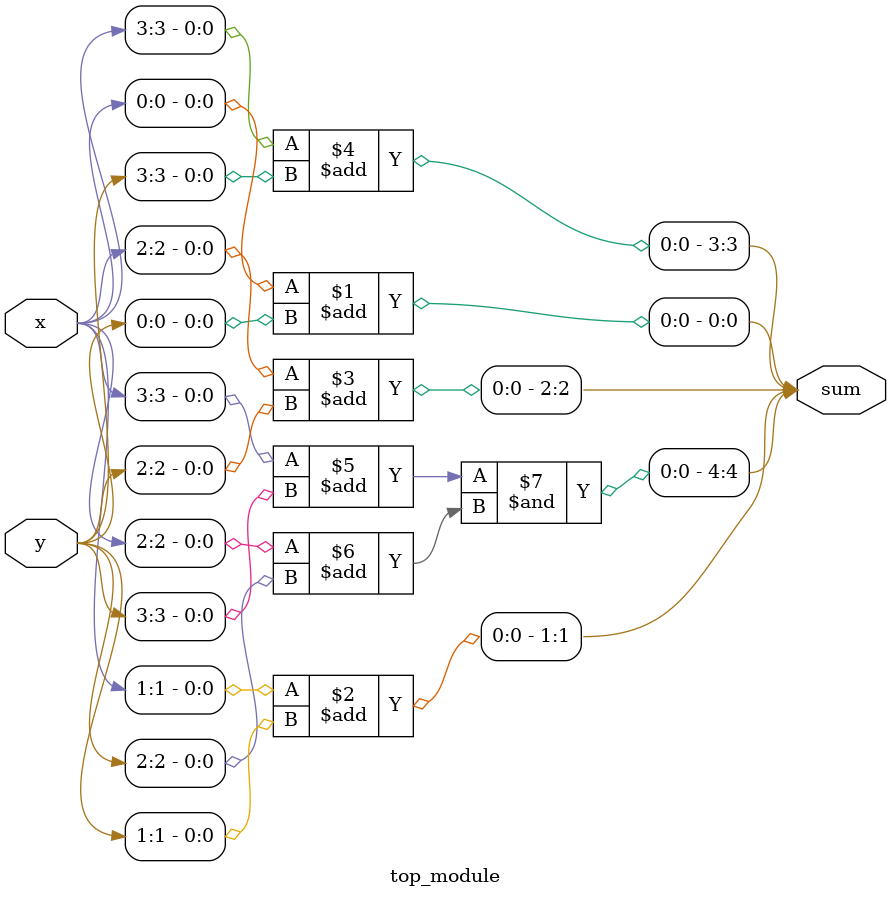
<source format=sv>
module top_module (
	input [3:0] x,
	input [3:0] y,
	output [4:0] sum
);
	// Adder logic
	assign sum[0] = x[0] + y[0];
	assign sum[1] = x[1] + y[1];
	assign sum[2] = x[2] + y[2];
	assign sum[3] = x[3] + y[3];
	
	// Carry bit calculation
	assign sum[4] = (x[3] + y[3]) & (x[2] + y[2]);
endmodule

</source>
